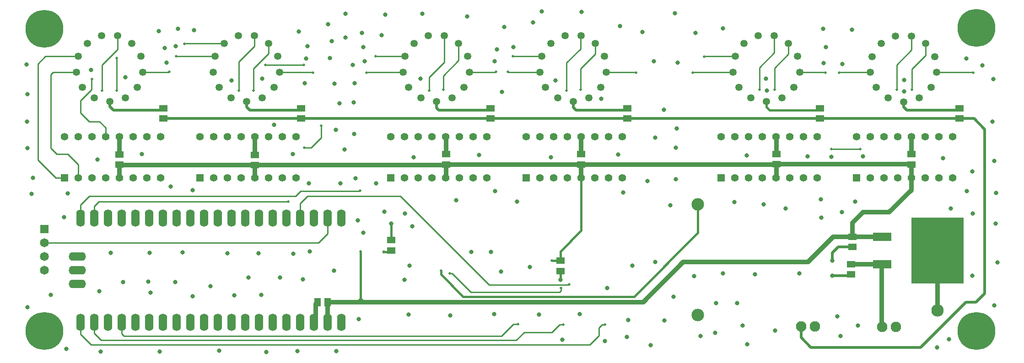
<source format=gbr>
%TF.GenerationSoftware,KiCad,Pcbnew,7.0.5-0*%
%TF.CreationDate,2023-07-07T16:59:40-04:00*%
%TF.ProjectId,nixie,6e697869-652e-46b6-9963-61645f706362,rev?*%
%TF.SameCoordinates,Original*%
%TF.FileFunction,Copper,L4,Bot*%
%TF.FilePolarity,Positive*%
%FSLAX46Y46*%
G04 Gerber Fmt 4.6, Leading zero omitted, Abs format (unit mm)*
G04 Created by KiCad (PCBNEW 7.0.5-0) date 2023-07-07 16:59:40*
%MOMM*%
%LPD*%
G01*
G04 APERTURE LIST*
%TA.AperFunction,ComponentPad*%
%ADD10C,0.800000*%
%TD*%
%TA.AperFunction,ComponentPad*%
%ADD11C,7.000000*%
%TD*%
%TA.AperFunction,ComponentPad*%
%ADD12R,1.650000X1.650000*%
%TD*%
%TA.AperFunction,ComponentPad*%
%ADD13C,1.650000*%
%TD*%
%TA.AperFunction,ComponentPad*%
%ADD14R,1.400000X1.400000*%
%TD*%
%TA.AperFunction,ComponentPad*%
%ADD15C,1.400000*%
%TD*%
%TA.AperFunction,ComponentPad*%
%ADD16O,1.600000X3.200000*%
%TD*%
%TA.AperFunction,ComponentPad*%
%ADD17O,3.200000X1.600000*%
%TD*%
%TA.AperFunction,ComponentPad*%
%ADD18O,2.316000X2.316000*%
%TD*%
%TA.AperFunction,ComponentPad*%
%ADD19C,2.316000*%
%TD*%
%TA.AperFunction,SMDPad,CuDef*%
%ADD20R,1.300000X1.500000*%
%TD*%
%TA.AperFunction,SMDPad,CuDef*%
%ADD21R,1.500000X1.300000*%
%TD*%
%TA.AperFunction,ComponentPad*%
%ADD22C,1.348000*%
%TD*%
%TA.AperFunction,ComponentPad*%
%ADD23C,1.950000*%
%TD*%
%TA.AperFunction,SMDPad,CuDef*%
%ADD24R,3.500000X1.600000*%
%TD*%
%TA.AperFunction,SMDPad,CuDef*%
%ADD25R,9.750000X12.200000*%
%TD*%
%TA.AperFunction,ViaPad*%
%ADD26C,0.800000*%
%TD*%
%TA.AperFunction,ViaPad*%
%ADD27C,2.300000*%
%TD*%
%TA.AperFunction,ViaPad*%
%ADD28C,0.500000*%
%TD*%
%TA.AperFunction,ViaPad*%
%ADD29C,0.600000*%
%TD*%
%TA.AperFunction,Conductor*%
%ADD30C,0.508000*%
%TD*%
%TA.AperFunction,Conductor*%
%ADD31C,0.812800*%
%TD*%
%TA.AperFunction,Conductor*%
%ADD32C,0.381000*%
%TD*%
%TA.AperFunction,Conductor*%
%ADD33C,0.254000*%
%TD*%
G04 APERTURE END LIST*
D10*
%TO.P,H2,1*%
%TO.N,N/C*%
X67375000Y-138400000D03*
X68143845Y-136543845D03*
X68143845Y-140256155D03*
X70000000Y-135775000D03*
D11*
X70000000Y-138400000D03*
D10*
X70000000Y-141025000D03*
X71856155Y-136543845D03*
X71856155Y-140256155D03*
X72625000Y-138400000D03*
%TD*%
%TO.P,H3,1*%
%TO.N,N/C*%
X239875000Y-82200000D03*
X240643845Y-80343845D03*
X240643845Y-84056155D03*
X242500000Y-79575000D03*
D11*
X242500000Y-82200000D03*
D10*
X242500000Y-84825000D03*
X244356155Y-80343845D03*
X244356155Y-84056155D03*
X245125000Y-82200000D03*
%TD*%
D12*
%TO.P,J1,1,1*%
%TO.N,/RX*%
X70000000Y-119460000D03*
D13*
%TO.P,J1,2,2*%
%TO.N,/TX*%
X70000000Y-122000000D03*
%TO.P,J1,3,3*%
%TO.N,+3V3*%
X70000000Y-124540000D03*
%TO.P,J1,4,4*%
%TO.N,GND*%
X70000000Y-127080000D03*
%TD*%
D14*
%TO.P,IC3,1,8*%
%TO.N,/N38*%
X134126600Y-110037000D03*
D15*
%TO.P,IC3,2,9*%
%TO.N,/N39*%
X136666600Y-110037000D03*
%TO.P,IC3,3,A*%
%TO.N,/A3*%
X139206600Y-110037000D03*
%TO.P,IC3,4,D*%
%TO.N,/D3*%
X141746600Y-110037000D03*
%TO.P,IC3,5,VCC*%
%TO.N,+5V*%
X144286600Y-110037000D03*
%TO.P,IC3,6,B*%
%TO.N,/B3*%
X146826600Y-110037000D03*
%TO.P,IC3,7,C*%
%TO.N,/C3*%
X149366600Y-110037000D03*
%TO.P,IC3,8,2*%
%TO.N,/N32*%
X151906600Y-110037000D03*
%TO.P,IC3,9,3*%
%TO.N,/N33*%
X151906600Y-102417000D03*
%TO.P,IC3,10,7*%
%TO.N,/N37*%
X149366600Y-102417000D03*
%TO.P,IC3,11,6*%
%TO.N,/N36*%
X146826600Y-102417000D03*
%TO.P,IC3,12,GND*%
%TO.N,GND*%
X144286600Y-102417000D03*
%TO.P,IC3,13,4*%
%TO.N,/N34*%
X141746600Y-102417000D03*
%TO.P,IC3,14,5*%
%TO.N,/N35*%
X139206600Y-102417000D03*
%TO.P,IC3,15,1*%
%TO.N,/N31*%
X136666600Y-102417000D03*
%TO.P,IC3,16,0*%
%TO.N,/N30*%
X134126600Y-102417000D03*
%TD*%
D10*
%TO.P,H1,1*%
%TO.N,N/C*%
X67375000Y-82375000D03*
X68143845Y-80518845D03*
X68143845Y-84231155D03*
X70000000Y-79750000D03*
D11*
X70000000Y-82375000D03*
D10*
X70000000Y-85000000D03*
X71856155Y-80518845D03*
X71856155Y-84231155D03*
X72625000Y-82375000D03*
%TD*%
%TO.P,H4,1*%
%TO.N,N/C*%
X239875000Y-138400000D03*
X240643845Y-136543845D03*
X240643845Y-140256155D03*
X242500000Y-135775000D03*
D11*
X242500000Y-138400000D03*
D10*
X242500000Y-141025000D03*
X244356155Y-136543845D03*
X244356155Y-140256155D03*
X245125000Y-138400000D03*
%TD*%
D16*
%TO.P,Pi1,3V3,3V3*%
%TO.N,+3V3*%
X114780000Y-136800000D03*
%TO.P,Pi1,3V3_EN,3V3_EN*%
%TO.N,unconnected-(U$1-Pad3V3_EN)*%
X117320000Y-136800000D03*
%TO.P,Pi1,ADC_VREF,ADC_VREF*%
%TO.N,unconnected-(U$1-PadADC_VREF)*%
X112240000Y-136800000D03*
%TO.P,Pi1,AGND,AGND*%
%TO.N,GND*%
X107160000Y-136800000D03*
%TO.P,Pi1,GND@1,GND*%
X119860000Y-117420000D03*
%TO.P,Pi1,GND@2,GND*%
X107160000Y-117420000D03*
%TO.P,Pi1,GND@3,GND*%
X94460000Y-117420000D03*
%TO.P,Pi1,GND@4,GND*%
X81760000Y-117420000D03*
D17*
%TO.P,Pi1,GND@5,GND*%
X76110000Y-127110000D03*
D16*
%TO.P,Pi1,GND@6,GND*%
X81760000Y-136800000D03*
%TO.P,Pi1,GND@7,GND*%
X94460000Y-136800000D03*
%TO.P,Pi1,GND@8,GND*%
X119860000Y-136800000D03*
%TO.P,Pi1,GP0,GP0*%
%TO.N,/RX*%
X124940000Y-117420000D03*
%TO.P,Pi1,GP1,GP1*%
%TO.N,/TX*%
X122400000Y-117420000D03*
%TO.P,Pi1,GP2,GP2*%
%TO.N,/RST*%
X117320000Y-117420000D03*
%TO.P,Pi1,GP3,GP3*%
%TO.N,unconnected-(U$1-PadGP3)*%
X114780000Y-117420000D03*
%TO.P,Pi1,GP4,GP4*%
%TO.N,/C2*%
X112240000Y-117420000D03*
%TO.P,Pi1,GP5,GP5*%
%TO.N,/B2*%
X109700000Y-117420000D03*
%TO.P,Pi1,GP6,GP6*%
%TO.N,/D2*%
X104620000Y-117420000D03*
%TO.P,Pi1,GP7,GP7*%
%TO.N,/A2*%
X102080000Y-117420000D03*
%TO.P,Pi1,GP8,GP8*%
%TO.N,unconnected-(U$1-PadGP8)*%
X99540000Y-117420000D03*
%TO.P,Pi1,GP9,GP9*%
%TO.N,unconnected-(U$1-PadGP9)*%
X97000000Y-117420000D03*
%TO.P,Pi1,GP10,GP10*%
%TO.N,/C1*%
X91920000Y-117420000D03*
%TO.P,Pi1,GP11,GP11*%
%TO.N,/B1*%
X89380000Y-117420000D03*
%TO.P,Pi1,GP12,GP12*%
%TO.N,/D1*%
X86840000Y-117420000D03*
%TO.P,Pi1,GP13,GP13*%
%TO.N,/A1*%
X84300000Y-117420000D03*
%TO.P,Pi1,GP14,GP14*%
%TO.N,/SDA1*%
X79220000Y-117420000D03*
%TO.P,Pi1,GP15,GP15*%
%TO.N,/SCL1*%
X76680000Y-117420000D03*
%TO.P,Pi1,GP16,GP16*%
%TO.N,/S6*%
X76680000Y-136800000D03*
%TO.P,Pi1,GP17,GP17*%
%TO.N,/S5*%
X79220000Y-136800000D03*
%TO.P,Pi1,GP18,GP18*%
%TO.N,/S4*%
X84300000Y-136800000D03*
%TO.P,Pi1,GP19,GP19*%
%TO.N,/S3*%
X86840000Y-136800000D03*
%TO.P,Pi1,GP20,GP20*%
%TO.N,/S2*%
X89380000Y-136800000D03*
%TO.P,Pi1,GP21,GP21*%
%TO.N,/S1*%
X91920000Y-136800000D03*
%TO.P,Pi1,GP22,GP22*%
%TO.N,unconnected-(U$1-PadGP22)*%
X97000000Y-136800000D03*
%TO.P,Pi1,GP26_A0,GP26_A0*%
%TO.N,unconnected-(U$1-PadGP26_A0)*%
X102080000Y-136800000D03*
%TO.P,Pi1,GP27_A1,GP27_A1*%
%TO.N,unconnected-(U$1-PadGP27_A1)*%
X104620000Y-136800000D03*
%TO.P,Pi1,GP28_A2,GP28_A2*%
%TO.N,unconnected-(U$1-PadGP28_A2)*%
X109700000Y-136800000D03*
%TO.P,Pi1,RUN,RUN*%
%TO.N,unconnected-(U$1-PadRUN)*%
X99540000Y-136800000D03*
D17*
%TO.P,Pi1,SWCLK,SWCLK*%
%TO.N,unconnected-(U$1-PadSWCLK)*%
X76110000Y-124570000D03*
%TO.P,Pi1,SWDIO,SWDIO*%
%TO.N,unconnected-(U$1-PadSWDIO)*%
X76110000Y-129650000D03*
D16*
%TO.P,Pi1,VBUS,VBUS*%
%TO.N,unconnected-(U$1-PadVBUS)*%
X124940000Y-136800000D03*
%TO.P,Pi1,VSYS,VSYS*%
%TO.N,+5V*%
X122400000Y-136800000D03*
%TD*%
D18*
%TO.P,BAT1,+,+*%
%TO.N,Net-(IC6-VBAT)*%
X190900000Y-114930000D03*
D19*
%TO.P,BAT1,-,-*%
%TO.N,GND*%
X190900000Y-135430000D03*
%TD*%
D14*
%TO.P,IC8,1,8*%
%TO.N,/N68*%
X220266000Y-110037000D03*
D15*
%TO.P,IC8,2,9*%
%TO.N,/N69*%
X222806000Y-110037000D03*
%TO.P,IC8,3,A*%
%TO.N,/A6*%
X225346000Y-110037000D03*
%TO.P,IC8,4,D*%
%TO.N,/D6*%
X227886000Y-110037000D03*
%TO.P,IC8,5,VCC*%
%TO.N,+5V*%
X230426000Y-110037000D03*
%TO.P,IC8,6,B*%
%TO.N,/B6*%
X232966000Y-110037000D03*
%TO.P,IC8,7,C*%
%TO.N,/C6*%
X235506000Y-110037000D03*
%TO.P,IC8,8,2*%
%TO.N,/N62*%
X238046000Y-110037000D03*
%TO.P,IC8,9,3*%
%TO.N,/N63*%
X238046000Y-102417000D03*
%TO.P,IC8,10,7*%
%TO.N,/N67*%
X235506000Y-102417000D03*
%TO.P,IC8,11,6*%
%TO.N,/N66*%
X232966000Y-102417000D03*
%TO.P,IC8,12,GND*%
%TO.N,GND*%
X230426000Y-102417000D03*
%TO.P,IC8,13,4*%
%TO.N,/N64*%
X227886000Y-102417000D03*
%TO.P,IC8,14,5*%
%TO.N,/N65*%
X225346000Y-102417000D03*
%TO.P,IC8,15,1*%
%TO.N,/N61*%
X222806000Y-102417000D03*
%TO.P,IC8,16,0*%
%TO.N,/N60*%
X220266000Y-102417000D03*
%TD*%
D14*
%TO.P,IC7,1,8*%
%TO.N,/N58*%
X195226000Y-110037000D03*
D15*
%TO.P,IC7,2,9*%
%TO.N,/N59*%
X197766000Y-110037000D03*
%TO.P,IC7,3,A*%
%TO.N,/A5*%
X200306000Y-110037000D03*
%TO.P,IC7,4,D*%
%TO.N,/D5*%
X202846000Y-110037000D03*
%TO.P,IC7,5,VCC*%
%TO.N,+5V*%
X205386000Y-110037000D03*
%TO.P,IC7,6,B*%
%TO.N,/B5*%
X207926000Y-110037000D03*
%TO.P,IC7,7,C*%
%TO.N,/C5*%
X210466000Y-110037000D03*
%TO.P,IC7,8,2*%
%TO.N,/N52*%
X213006000Y-110037000D03*
%TO.P,IC7,9,3*%
%TO.N,/N53*%
X213006000Y-102417000D03*
%TO.P,IC7,10,7*%
%TO.N,/N57*%
X210466000Y-102417000D03*
%TO.P,IC7,11,6*%
%TO.N,/N56*%
X207926000Y-102417000D03*
%TO.P,IC7,12,GND*%
%TO.N,GND*%
X205386000Y-102417000D03*
%TO.P,IC7,13,4*%
%TO.N,/N54*%
X202846000Y-102417000D03*
%TO.P,IC7,14,5*%
%TO.N,/N55*%
X200306000Y-102417000D03*
%TO.P,IC7,15,1*%
%TO.N,/N51*%
X197766000Y-102417000D03*
%TO.P,IC7,16,0*%
%TO.N,/N50*%
X195226000Y-102417000D03*
%TD*%
D14*
%TO.P,IC4,1,8*%
%TO.N,/N48*%
X159188600Y-110017000D03*
D15*
%TO.P,IC4,2,9*%
%TO.N,/N49*%
X161728600Y-110017000D03*
%TO.P,IC4,3,A*%
%TO.N,/A4*%
X164268600Y-110017000D03*
%TO.P,IC4,4,D*%
%TO.N,/D4*%
X166808600Y-110017000D03*
%TO.P,IC4,5,VCC*%
%TO.N,+5V*%
X169348600Y-110017000D03*
%TO.P,IC4,6,B*%
%TO.N,/B4*%
X171888600Y-110017000D03*
%TO.P,IC4,7,C*%
%TO.N,/C4*%
X174428600Y-110017000D03*
%TO.P,IC4,8,2*%
%TO.N,/N42*%
X176968600Y-110017000D03*
%TO.P,IC4,9,3*%
%TO.N,/N43*%
X176968600Y-102397000D03*
%TO.P,IC4,10,7*%
%TO.N,/N47*%
X174428600Y-102397000D03*
%TO.P,IC4,11,6*%
%TO.N,/N46*%
X171888600Y-102397000D03*
%TO.P,IC4,12,GND*%
%TO.N,GND*%
X169348600Y-102397000D03*
%TO.P,IC4,13,4*%
%TO.N,/N44*%
X166808600Y-102397000D03*
%TO.P,IC4,14,5*%
%TO.N,/N45*%
X164268600Y-102397000D03*
%TO.P,IC4,15,1*%
%TO.N,/N41*%
X161728600Y-102397000D03*
%TO.P,IC4,16,0*%
%TO.N,/N40*%
X159188600Y-102397000D03*
%TD*%
D14*
%TO.P,IC2,1,8*%
%TO.N,/N28*%
X98764600Y-110037000D03*
D15*
%TO.P,IC2,2,9*%
%TO.N,/N29*%
X101304600Y-110037000D03*
%TO.P,IC2,3,A*%
%TO.N,/A2*%
X103844600Y-110037000D03*
%TO.P,IC2,4,D*%
%TO.N,/D2*%
X106384600Y-110037000D03*
%TO.P,IC2,5,VCC*%
%TO.N,+5V*%
X108924600Y-110037000D03*
%TO.P,IC2,6,B*%
%TO.N,/B2*%
X111464600Y-110037000D03*
%TO.P,IC2,7,C*%
%TO.N,/C2*%
X114004600Y-110037000D03*
%TO.P,IC2,8,2*%
%TO.N,/N22*%
X116544600Y-110037000D03*
%TO.P,IC2,9,3*%
%TO.N,/N23*%
X116544600Y-102417000D03*
%TO.P,IC2,10,7*%
%TO.N,/N27*%
X114004600Y-102417000D03*
%TO.P,IC2,11,6*%
%TO.N,/N26*%
X111464600Y-102417000D03*
%TO.P,IC2,12,GND*%
%TO.N,GND*%
X108924600Y-102417000D03*
%TO.P,IC2,13,4*%
%TO.N,/N24*%
X106384600Y-102417000D03*
%TO.P,IC2,14,5*%
%TO.N,/N25*%
X103844600Y-102417000D03*
%TO.P,IC2,15,1*%
%TO.N,/N21*%
X101304600Y-102417000D03*
%TO.P,IC2,16,0*%
%TO.N,/N20*%
X98764600Y-102417000D03*
%TD*%
D14*
%TO.P,IC1,1,8*%
%TO.N,/N18*%
X73682600Y-110037000D03*
D15*
%TO.P,IC1,2,9*%
%TO.N,/N19*%
X76222600Y-110037000D03*
%TO.P,IC1,3,A*%
%TO.N,/A1*%
X78762600Y-110037000D03*
%TO.P,IC1,4,D*%
%TO.N,/D1*%
X81302600Y-110037000D03*
%TO.P,IC1,5,VCC*%
%TO.N,+5V*%
X83842600Y-110037000D03*
%TO.P,IC1,6,B*%
%TO.N,/B1*%
X86382600Y-110037000D03*
%TO.P,IC1,7,C*%
%TO.N,/C1*%
X88922600Y-110037000D03*
%TO.P,IC1,8,2*%
%TO.N,/N12*%
X91462600Y-110037000D03*
%TO.P,IC1,9,3*%
%TO.N,/N13*%
X91462600Y-102417000D03*
%TO.P,IC1,10,7*%
%TO.N,/N17*%
X88922600Y-102417000D03*
%TO.P,IC1,11,6*%
%TO.N,/N16*%
X86382600Y-102417000D03*
%TO.P,IC1,12,GND*%
%TO.N,GND*%
X83842600Y-102417000D03*
%TO.P,IC1,13,4*%
%TO.N,/N14*%
X81302600Y-102417000D03*
%TO.P,IC1,14,5*%
%TO.N,/N15*%
X78762600Y-102417000D03*
%TO.P,IC1,15,1*%
%TO.N,/N11*%
X76222600Y-102417000D03*
%TO.P,IC1,16,0*%
%TO.N,/N10*%
X73682600Y-102417000D03*
%TD*%
D20*
%TO.P,C6,1,1*%
%TO.N,+5V*%
X122450000Y-133000000D03*
%TO.P,C6,2,2*%
%TO.N,GND*%
X120550000Y-133000000D03*
%TD*%
D21*
%TO.P,C7,1,1*%
%TO.N,+5V*%
X165500000Y-125350000D03*
%TO.P,C7,2,2*%
%TO.N,GND*%
X165500000Y-127250000D03*
%TD*%
D22*
%TO.P,N6,0,0*%
%TO.N,/N60*%
X223895200Y-93252400D03*
%TO.P,N6,1,1*%
%TO.N,/N61*%
X234083600Y-93252400D03*
%TO.P,N6,2,2*%
%TO.N,/N62*%
X235134200Y-90482200D03*
%TO.P,N6,3,3*%
%TO.N,/N63*%
X234777100Y-87541100D03*
%TO.P,N6,4,4*%
%TO.N,/N64*%
X233094100Y-85102900D03*
%TO.P,N6,5,5*%
%TO.N,/N65*%
X230470700Y-83726000D03*
%TO.P,N6,6,6*%
%TO.N,/N66*%
X227508100Y-83726000D03*
%TO.P,N6,7,7*%
%TO.N,/N67*%
X224884700Y-85102900D03*
%TO.P,N6,8,8*%
%TO.N,/N68*%
X223201700Y-87541100D03*
%TO.P,N6,9,9*%
%TO.N,/N69*%
X222844600Y-90482200D03*
%TO.P,N6,A,A*%
%TO.N,/170V6*%
X228989400Y-95926000D03*
%TO.P,N6,LHDP,LHDP*%
%TO.N,unconnected-(N6-PadLHDP)*%
X226112800Y-95217000D03*
%TO.P,N6,RHDP,RHDP*%
%TO.N,unconnected-(N6-PadRHDP)*%
X231866000Y-95217000D03*
%TD*%
D21*
%TO.P,C1,1,1*%
%TO.N,+5V*%
X83842600Y-107567000D03*
%TO.P,C1,2,2*%
%TO.N,GND*%
X83842600Y-105667000D03*
%TD*%
%TO.P,C4,1,1*%
%TO.N,+5V*%
X169300000Y-107517000D03*
%TO.P,C4,2,2*%
%TO.N,GND*%
X169300000Y-105617000D03*
%TD*%
%TO.P,C9,1,1*%
%TO.N,+5V*%
X230434000Y-107517000D03*
%TO.P,C9,2,2*%
%TO.N,GND*%
X230434000Y-105617000D03*
%TD*%
D23*
%TO.P,J4,1,1*%
%TO.N,+12V*%
X225000000Y-137600000D03*
%TO.P,J4,2,2*%
%TO.N,GND*%
X227540000Y-137600000D03*
%TD*%
D24*
%TO.P,IC9,1,INPUT*%
%TO.N,+12V*%
X225000000Y-126000000D03*
D25*
%TO.P,IC9,2,GND*%
%TO.N,GND*%
X235276000Y-123460000D03*
D24*
%TO.P,IC9,3,OUTPUT*%
%TO.N,+5V*%
X225000000Y-120920000D03*
%TD*%
D21*
%TO.P,C2,1,1*%
%TO.N,+5V*%
X108934000Y-107667000D03*
%TO.P,C2,2,2*%
%TO.N,GND*%
X108934000Y-105767000D03*
%TD*%
D22*
%TO.P,N4,0,0*%
%TO.N,/N40*%
X162750400Y-93233300D03*
%TO.P,N4,1,1*%
%TO.N,/N41*%
X172938800Y-93233300D03*
%TO.P,N4,2,2*%
%TO.N,/N42*%
X173989400Y-90463100D03*
%TO.P,N4,3,3*%
%TO.N,/N43*%
X173632300Y-87522000D03*
%TO.P,N4,4,4*%
%TO.N,/N44*%
X171949300Y-85083800D03*
%TO.P,N4,5,5*%
%TO.N,/N45*%
X169325900Y-83706900D03*
%TO.P,N4,6,6*%
%TO.N,/N46*%
X166363300Y-83706900D03*
%TO.P,N4,7,7*%
%TO.N,/N47*%
X163739900Y-85083800D03*
%TO.P,N4,8,8*%
%TO.N,/N48*%
X162056900Y-87522000D03*
%TO.P,N4,9,9*%
%TO.N,/N49*%
X161699800Y-90463100D03*
%TO.P,N4,A,A*%
%TO.N,/170V4*%
X167844600Y-95906900D03*
%TO.P,N4,LHDP,LHDP*%
%TO.N,unconnected-(N4-PadLHDP)*%
X164968000Y-95197900D03*
%TO.P,N4,RHDP,RHDP*%
%TO.N,unconnected-(N4-PadRHDP)*%
X170721200Y-95197900D03*
%TD*%
D21*
%TO.P,R3,1,1*%
%TO.N,/170V3*%
X152534000Y-97100000D03*
%TO.P,R3,2,2*%
%TO.N,VCC*%
X152534000Y-99000000D03*
%TD*%
%TO.P,C3,1,1*%
%TO.N,+5V*%
X144300000Y-107517000D03*
%TO.P,C3,2,2*%
%TO.N,GND*%
X144300000Y-105617000D03*
%TD*%
%TO.P,C5,1,1*%
%TO.N,+5V*%
X134200000Y-123450000D03*
%TO.P,C5,2,2*%
%TO.N,GND*%
X134200000Y-121550000D03*
%TD*%
%TO.P,R8,1,1*%
%TO.N,/170V6*%
X239334000Y-97100000D03*
%TO.P,R8,2,2*%
%TO.N,VCC*%
X239334000Y-99000000D03*
%TD*%
%TO.P,R2,1,1*%
%TO.N,/170V2*%
X117534000Y-97100000D03*
%TO.P,R2,2,2*%
%TO.N,VCC*%
X117534000Y-99000000D03*
%TD*%
%TO.P,C10,1,1*%
%TO.N,+12V*%
X219238000Y-126010000D03*
%TO.P,C10,2,2*%
%TO.N,GND*%
X219238000Y-127910000D03*
%TD*%
%TO.P,R4,1,1*%
%TO.N,/170V4*%
X177834000Y-97100000D03*
%TO.P,R4,2,2*%
%TO.N,VCC*%
X177834000Y-99000000D03*
%TD*%
%TO.P,R7,1,1*%
%TO.N,/170V5*%
X213534000Y-97100000D03*
%TO.P,R7,2,2*%
%TO.N,VCC*%
X213534000Y-99000000D03*
%TD*%
%TO.P,R1,1,1*%
%TO.N,/170V1*%
X92000000Y-97100000D03*
%TO.P,R1,2,2*%
%TO.N,VCC*%
X92000000Y-99000000D03*
%TD*%
D23*
%TO.P,J3,1,1*%
%TO.N,VCC*%
X210000000Y-137500000D03*
%TO.P,J3,2,2*%
%TO.N,GND*%
X212540000Y-137500000D03*
%TD*%
D22*
%TO.P,N5,0,0*%
%TO.N,/N50*%
X198506000Y-93233300D03*
%TO.P,N5,1,1*%
%TO.N,/N51*%
X208694400Y-93233300D03*
%TO.P,N5,2,2*%
%TO.N,/N52*%
X209745000Y-90463100D03*
%TO.P,N5,3,3*%
%TO.N,/N53*%
X209387900Y-87522000D03*
%TO.P,N5,4,4*%
%TO.N,/N54*%
X207704900Y-85083800D03*
%TO.P,N5,5,5*%
%TO.N,/N55*%
X205081500Y-83706900D03*
%TO.P,N5,6,6*%
%TO.N,/N56*%
X202118900Y-83706900D03*
%TO.P,N5,7,7*%
%TO.N,/N57*%
X199495500Y-85083800D03*
%TO.P,N5,8,8*%
%TO.N,/N58*%
X197812500Y-87522000D03*
%TO.P,N5,9,9*%
%TO.N,/N59*%
X197455400Y-90463100D03*
%TO.P,N5,A,A*%
%TO.N,/170V5*%
X203600200Y-95906900D03*
%TO.P,N5,LHDP,LHDP*%
%TO.N,unconnected-(N5-PadLHDP)*%
X200723600Y-95197900D03*
%TO.P,N5,RHDP,RHDP*%
%TO.N,unconnected-(N5-PadRHDP)*%
X206476800Y-95197900D03*
%TD*%
D21*
%TO.P,C11,1,1*%
%TO.N,+5V*%
X219538000Y-120910000D03*
%TO.P,C11,2,2*%
%TO.N,GND*%
X219538000Y-122810000D03*
%TD*%
%TO.P,C8,1,1*%
%TO.N,+5V*%
X205434000Y-107467000D03*
%TO.P,C8,2,2*%
%TO.N,GND*%
X205434000Y-105567000D03*
%TD*%
D22*
%TO.P,N3,0,0*%
%TO.N,/N30*%
X137428600Y-93233300D03*
%TO.P,N3,1,1*%
%TO.N,/N31*%
X147617000Y-93233300D03*
%TO.P,N3,2,2*%
%TO.N,/N32*%
X148667600Y-90463100D03*
%TO.P,N3,3,3*%
%TO.N,/N33*%
X148310500Y-87522000D03*
%TO.P,N3,4,4*%
%TO.N,/N34*%
X146627500Y-85083800D03*
%TO.P,N3,5,5*%
%TO.N,/N35*%
X144004100Y-83706900D03*
%TO.P,N3,6,6*%
%TO.N,/N36*%
X141041500Y-83706900D03*
%TO.P,N3,7,7*%
%TO.N,/N37*%
X138418100Y-85083800D03*
%TO.P,N3,8,8*%
%TO.N,/N38*%
X136735100Y-87522000D03*
%TO.P,N3,9,9*%
%TO.N,/N39*%
X136378000Y-90463100D03*
%TO.P,N3,A,A*%
%TO.N,/170V3*%
X142522800Y-95906900D03*
%TO.P,N3,LHDP,LHDP*%
%TO.N,unconnected-(N3-PadLHDP)*%
X139646200Y-95197900D03*
%TO.P,N3,RHDP,RHDP*%
%TO.N,unconnected-(N3-PadRHDP)*%
X145399400Y-95197900D03*
%TD*%
%TO.P,N1,0,0*%
%TO.N,/N10*%
X76984600Y-93233300D03*
%TO.P,N1,1,1*%
%TO.N,/N11*%
X87173000Y-93233300D03*
%TO.P,N1,2,2*%
%TO.N,/N12*%
X88223600Y-90463100D03*
%TO.P,N1,3,3*%
%TO.N,/N13*%
X87866500Y-87522000D03*
%TO.P,N1,4,4*%
%TO.N,/N14*%
X86183500Y-85083800D03*
%TO.P,N1,5,5*%
%TO.N,/N15*%
X83560100Y-83706900D03*
%TO.P,N1,6,6*%
%TO.N,/N16*%
X80597500Y-83706900D03*
%TO.P,N1,7,7*%
%TO.N,/N17*%
X77974100Y-85083800D03*
%TO.P,N1,8,8*%
%TO.N,/N18*%
X76291100Y-87522000D03*
%TO.P,N1,9,9*%
%TO.N,/N19*%
X75934000Y-90463100D03*
%TO.P,N1,A,A*%
%TO.N,/170V1*%
X82078800Y-95906900D03*
%TO.P,N1,LHDP,LHDP*%
%TO.N,unconnected-(N1-PadLHDP)*%
X79202200Y-95197900D03*
%TO.P,N1,RHDP,RHDP*%
%TO.N,unconnected-(N1-PadRHDP)*%
X84955400Y-95197900D03*
%TD*%
%TO.P,N2,0,0*%
%TO.N,/N20*%
X102306400Y-93233300D03*
%TO.P,N2,1,1*%
%TO.N,/N21*%
X112494800Y-93233300D03*
%TO.P,N2,2,2*%
%TO.N,/N22*%
X113545400Y-90463100D03*
%TO.P,N2,3,3*%
%TO.N,/N23*%
X113188300Y-87522000D03*
%TO.P,N2,4,4*%
%TO.N,/N24*%
X111505300Y-85083800D03*
%TO.P,N2,5,5*%
%TO.N,/N25*%
X108881900Y-83706900D03*
%TO.P,N2,6,6*%
%TO.N,/N26*%
X105919300Y-83706900D03*
%TO.P,N2,7,7*%
%TO.N,/N27*%
X103295900Y-85083800D03*
%TO.P,N2,8,8*%
%TO.N,/N28*%
X101612900Y-87522000D03*
%TO.P,N2,9,9*%
%TO.N,/N29*%
X101255800Y-90463100D03*
%TO.P,N2,A,A*%
%TO.N,/170V2*%
X107400600Y-95906900D03*
%TO.P,N2,LHDP,LHDP*%
%TO.N,unconnected-(N2-PadLHDP)*%
X104524000Y-95197900D03*
%TO.P,N2,RHDP,RHDP*%
%TO.N,unconnected-(N2-PadRHDP)*%
X110277200Y-95197900D03*
%TD*%
D26*
%TO.N,GND*%
X236303099Y-106381234D03*
X200000000Y-105900000D03*
X211200000Y-106000000D03*
X176200000Y-105700000D03*
X163700000Y-106200000D03*
X116000000Y-105600000D03*
X79800000Y-106600000D03*
X88000000Y-105600000D03*
X97400000Y-131900000D03*
X66900000Y-134000000D03*
X237400000Y-139900000D03*
X203065248Y-114954434D03*
X207200000Y-115700000D03*
X194300000Y-133200000D03*
X194100000Y-138700000D03*
X241700000Y-108800000D03*
X240700000Y-112500000D03*
X229100000Y-91900000D03*
X229100000Y-94000000D03*
X203500000Y-91600000D03*
X203700000Y-93800000D03*
X164600000Y-92000000D03*
X173000000Y-95400000D03*
X139600000Y-91600000D03*
X104586407Y-91953744D03*
X110300000Y-91600000D03*
X94300000Y-85600000D03*
X129300000Y-88400000D03*
X217700000Y-88900000D03*
X214200000Y-88800000D03*
X182800000Y-88400000D03*
X187200000Y-88700000D03*
X184600000Y-97400000D03*
X154700000Y-94100000D03*
X156800000Y-85800000D03*
X153300000Y-88400000D03*
X138300000Y-106200000D03*
X162006631Y-79153211D03*
X169400000Y-79300000D03*
X186700000Y-79500000D03*
X243600000Y-89200000D03*
X215600000Y-106100000D03*
X221500000Y-106000000D03*
X165800000Y-140000000D03*
X173700000Y-140200000D03*
X78600000Y-90000000D03*
X84944654Y-91362073D03*
X92600000Y-88700000D03*
X112500000Y-100200000D03*
X118200000Y-92500000D03*
X118400000Y-87900000D03*
X150400000Y-105800000D03*
X146200000Y-114200000D03*
X123600000Y-127200000D03*
X136600000Y-128900000D03*
X157500000Y-114400000D03*
X153400000Y-112500000D03*
X214600000Y-85800000D03*
X217600000Y-116400000D03*
X213800000Y-117400000D03*
X213700000Y-114000000D03*
X220000000Y-114400000D03*
X185800000Y-115100000D03*
X197700000Y-114500000D03*
X177100000Y-112700000D03*
X181600000Y-110600000D03*
X186800000Y-110300000D03*
X187000000Y-100900000D03*
X186800000Y-104400000D03*
X183000000Y-102600000D03*
X153700000Y-86200000D03*
X139900000Y-79600000D03*
X148200000Y-80100000D03*
X155100000Y-82100000D03*
X160400000Y-81200000D03*
X176500000Y-81900000D03*
X180700000Y-83000000D03*
X190500000Y-83200000D03*
X195600000Y-82300000D03*
X214099539Y-82395528D03*
X219442935Y-82566062D03*
X240600000Y-87900000D03*
X245600000Y-91700000D03*
X245400000Y-99600000D03*
X245800000Y-106900000D03*
X246100000Y-112800000D03*
X246000000Y-118500000D03*
X246400000Y-125700000D03*
X245800000Y-133600000D03*
X235200000Y-141400000D03*
X217300000Y-139300000D03*
X191400000Y-139300000D03*
X199200000Y-137400000D03*
X198200000Y-133200000D03*
X200039688Y-140835748D03*
X205200000Y-138300000D03*
X220500000Y-137400000D03*
X216700000Y-135700000D03*
X190200000Y-128200000D03*
X195600000Y-127700000D03*
X201500000Y-127900000D03*
X209700000Y-127700000D03*
X178800000Y-126300000D03*
X183000000Y-125600000D03*
X186400000Y-132000000D03*
X184700000Y-136400000D03*
X182200000Y-141000000D03*
X177800000Y-139500000D03*
X178045903Y-136356483D03*
X169100000Y-135200000D03*
X161500000Y-135300000D03*
X153200000Y-135200000D03*
X149000000Y-123700000D03*
X152600000Y-123700000D03*
X154500000Y-127400000D03*
X145100000Y-135500000D03*
X137400000Y-135300000D03*
X128200000Y-136200000D03*
X105100000Y-131800000D03*
X110100000Y-131700000D03*
X89600000Y-131300000D03*
X67900000Y-110000000D03*
X66900000Y-104500000D03*
X66800000Y-99600000D03*
X66900000Y-94500000D03*
X66700000Y-89000000D03*
X94749079Y-82373610D03*
X97700000Y-82700000D03*
X91158587Y-82804469D03*
X92300000Y-86000000D03*
X129000000Y-85800000D03*
X125724732Y-83994689D03*
X128750866Y-83187721D03*
X132400000Y-83600000D03*
X133100000Y-79800000D03*
X125700000Y-79600000D03*
X122500000Y-81600000D03*
X123200000Y-84700000D03*
X117100000Y-82900000D03*
X118700000Y-85600000D03*
X122800000Y-87800000D03*
X127100000Y-89100000D03*
X123700000Y-92600000D03*
X127400000Y-92500000D03*
X127200000Y-96000000D03*
X124600000Y-96200000D03*
X131400000Y-111000000D03*
X127600000Y-110100000D03*
X123900000Y-101100000D03*
X127300000Y-101900000D03*
X125500000Y-104800000D03*
X124800000Y-111000000D03*
X118900000Y-111000000D03*
X97400000Y-112300000D03*
X93400000Y-111600000D03*
X74300000Y-112900000D03*
X67600000Y-113000000D03*
X71198870Y-131671092D03*
X74100000Y-141700000D03*
X111100000Y-142300000D03*
X116800000Y-142100000D03*
X124000000Y-142100000D03*
X102300000Y-142000000D03*
X91300000Y-142200000D03*
X80400000Y-142200000D03*
X80200000Y-131000000D03*
X84600000Y-129300000D03*
X89200000Y-129200000D03*
X94200000Y-129300000D03*
X100700000Y-130100000D03*
X107800000Y-128500000D03*
X113600000Y-128500000D03*
X117800000Y-128800000D03*
X119100000Y-123600000D03*
X116100000Y-124100000D03*
X109600000Y-124000000D03*
X103900000Y-124000000D03*
X95600000Y-123800000D03*
X89500000Y-123900000D03*
X82300000Y-123900000D03*
X73600000Y-117300000D03*
X128000000Y-117900000D03*
X129000000Y-120200000D03*
X138078439Y-118984504D03*
X136700000Y-116600000D03*
X132900000Y-116300000D03*
X165500000Y-128900000D03*
X215800000Y-128100000D03*
X241800000Y-116600000D03*
X159800000Y-126500000D03*
X174100000Y-130400000D03*
X134200000Y-118500000D03*
X137600000Y-126300000D03*
D27*
X235300000Y-134600000D03*
D26*
X241700000Y-128100000D03*
X237700000Y-115700000D03*
X215800000Y-125300000D03*
D28*
%TO.N,Net-(IC6-VBAT)*%
X143400000Y-127200000D03*
%TO.N,+5V*%
X163900000Y-125350000D03*
X128500000Y-123600000D03*
D29*
X132800000Y-123700000D03*
D28*
%TO.N,/N15*%
X80700000Y-93800000D03*
%TO.N,/N14*%
X78800000Y-91700000D03*
%TO.N,/N16*%
X83400000Y-87800000D03*
X83400000Y-93800000D03*
%TO.N,/N12*%
X93100000Y-90400000D03*
%TO.N,/N25*%
X106000000Y-93800000D03*
%TO.N,/N24*%
X108700000Y-93800000D03*
%TO.N,/N27*%
X95900000Y-85200000D03*
%TO.N,/N22*%
X119700000Y-90500000D03*
%TO.N,/N29*%
X118100000Y-104400000D03*
X118000000Y-89100000D03*
X121200000Y-100400000D03*
X110900000Y-89100000D03*
%TO.N,/N28*%
X94400000Y-87522000D03*
%TO.N,/N35*%
X141200000Y-93800000D03*
%TO.N,/N34*%
X143800000Y-93700000D03*
%TO.N,/N32*%
X153600000Y-90400000D03*
%TO.N,/N39*%
X129600000Y-90500000D03*
%TO.N,/N38*%
X131300000Y-87500000D03*
%TO.N,/N45*%
X166600000Y-93800000D03*
%TO.N,/N44*%
X169200000Y-93700000D03*
%TO.N,/N42*%
X179500000Y-90500000D03*
%TO.N,/N49*%
X155800000Y-90400000D03*
%TO.N,/N48*%
X156700000Y-87500000D03*
%TO.N,/RST*%
X167100000Y-129700000D03*
%TO.N,/S4*%
X157600000Y-137100000D03*
%TO.N,/SCL1*%
X128400000Y-112400000D03*
%TO.N,/SDA1*%
X145000000Y-127700000D03*
X115100000Y-114400000D03*
X165600000Y-130400000D03*
%TO.N,/N52*%
X214500000Y-90500000D03*
%TO.N,/N54*%
X205100000Y-93700000D03*
%TO.N,/N55*%
X202300000Y-93700000D03*
%TO.N,/N58*%
X192100000Y-87600000D03*
%TO.N,/N59*%
X190000000Y-90500000D03*
%TO.N,/N62*%
X241900000Y-90500000D03*
%TO.N,/N64*%
X230500000Y-93700000D03*
%TO.N,/N65*%
X227700000Y-93700000D03*
%TO.N,/N67*%
X221000000Y-104700000D03*
X215600000Y-104700000D03*
%TO.N,/N69*%
X217100000Y-90500000D03*
%TO.N,/S5*%
X166000000Y-137200000D03*
%TO.N,/S6*%
X173700000Y-137200000D03*
%TD*%
D30*
%TO.N,VCC*%
X210000000Y-137500000D02*
X210000000Y-139600000D01*
X244000000Y-101000000D02*
X242000000Y-99000000D01*
X210000000Y-139600000D02*
X211800000Y-141400000D01*
X240500000Y-133000000D02*
X242400000Y-133000000D01*
X232100000Y-141400000D02*
X240500000Y-133000000D01*
X211800000Y-141400000D02*
X232100000Y-141400000D01*
X242400000Y-133000000D02*
X244000000Y-131400000D01*
X244000000Y-131400000D02*
X244000000Y-101000000D01*
X242000000Y-99000000D02*
X239334000Y-99000000D01*
X213534000Y-99000000D02*
X239334000Y-99000000D01*
X152534000Y-99000000D02*
X117534000Y-99000000D01*
X177834000Y-99000000D02*
X152534000Y-99000000D01*
X177834000Y-99000000D02*
X213534000Y-99000000D01*
X92000000Y-99000000D02*
X117534000Y-99000000D01*
D31*
%TO.N,GND*%
X83842600Y-105667000D02*
X83842600Y-102417000D01*
X120200000Y-135660000D02*
X119860000Y-136000000D01*
X205434000Y-105567000D02*
X205434000Y-102465000D01*
X230434000Y-102425000D02*
X230426000Y-102417000D01*
X108934000Y-105767000D02*
X108934000Y-102426400D01*
D30*
X219538000Y-122810000D02*
X216890000Y-122810000D01*
D31*
X144300000Y-105617000D02*
X144300000Y-102430400D01*
X169300000Y-105617000D02*
X169300000Y-102445600D01*
X235276000Y-134576000D02*
X235276000Y-123460000D01*
X235300000Y-134600000D02*
X235276000Y-134576000D01*
D32*
X134200000Y-118500000D02*
X134200000Y-121550000D01*
X219048000Y-128100000D02*
X219238000Y-127910000D01*
D31*
X120550000Y-133000000D02*
X120200000Y-133350000D01*
X205434000Y-102465000D02*
X205386000Y-102417000D01*
X120200000Y-133350000D02*
X120200000Y-135660000D01*
X108934000Y-102426400D02*
X108924600Y-102417000D01*
D30*
X216890000Y-122810000D02*
X215800000Y-123900000D01*
X215800000Y-128100000D02*
X219048000Y-128100000D01*
D31*
X144300000Y-102430400D02*
X144286600Y-102417000D01*
D32*
X165500000Y-127250000D02*
X165500000Y-128900000D01*
D31*
X169300000Y-102445600D02*
X169348600Y-102397000D01*
D30*
X215800000Y-123900000D02*
X215800000Y-125300000D01*
D31*
X230434000Y-105617000D02*
X230434000Y-102425000D01*
D32*
%TO.N,Net-(IC6-VBAT)*%
X143400000Y-127900000D02*
X143400000Y-127200000D01*
X179100000Y-132000000D02*
X147500000Y-132000000D01*
X147500000Y-132000000D02*
X143400000Y-127900000D01*
X190900000Y-120200000D02*
X179100000Y-132000000D01*
X190900000Y-114930000D02*
X190900000Y-120200000D01*
D31*
%TO.N,+5V*%
X128500000Y-133000000D02*
X127900000Y-133000000D01*
X226300000Y-116400000D02*
X221500000Y-116400000D01*
X144150000Y-107667000D02*
X144300000Y-107517000D01*
X230434000Y-110029000D02*
X230426000Y-110037000D01*
X108934000Y-107667000D02*
X83942600Y-107667000D01*
X169300000Y-107517000D02*
X169300000Y-109968400D01*
X108934000Y-107667000D02*
X108934000Y-110027600D01*
X205434000Y-109989000D02*
X205386000Y-110037000D01*
D32*
X165500000Y-123600000D02*
X165500000Y-125350000D01*
D31*
X169300000Y-107517000D02*
X205384000Y-107517000D01*
X230426000Y-112274000D02*
X226300000Y-116400000D01*
D32*
X169348600Y-110017000D02*
X169348600Y-119751400D01*
D31*
X230384000Y-107467000D02*
X230434000Y-107517000D01*
X225000000Y-120920000D02*
X219548000Y-120920000D01*
X122450000Y-133000000D02*
X122450000Y-135950000D01*
X188200000Y-125600000D02*
X180800000Y-133000000D01*
X219538000Y-118362000D02*
X219538000Y-120910000D01*
D32*
X128500000Y-132400000D02*
X128500000Y-133000000D01*
D31*
X180800000Y-133000000D02*
X129100000Y-133000000D01*
D32*
X128500000Y-132400000D02*
X127900000Y-133000000D01*
D31*
X215990000Y-120910000D02*
X211300000Y-125600000D01*
X108934000Y-110027600D02*
X108924600Y-110037000D01*
D32*
X169348600Y-119751400D02*
X165500000Y-123600000D01*
D31*
X144300000Y-107517000D02*
X169300000Y-107517000D01*
X205384000Y-107517000D02*
X205434000Y-107467000D01*
X83942600Y-107667000D02*
X83842600Y-107567000D01*
D32*
X128500000Y-132400000D02*
X129100000Y-133000000D01*
X133950000Y-123700000D02*
X134200000Y-123450000D01*
D31*
X169300000Y-109968400D02*
X169348600Y-110017000D01*
X122450000Y-135950000D02*
X122400000Y-136000000D01*
X144300000Y-107517000D02*
X144300000Y-110023600D01*
X221500000Y-116400000D02*
X219538000Y-118362000D01*
X83842600Y-107567000D02*
X83842600Y-110037000D01*
X211300000Y-125600000D02*
X188200000Y-125600000D01*
X129100000Y-133000000D02*
X128500000Y-133000000D01*
X108934000Y-107667000D02*
X144150000Y-107667000D01*
X230426000Y-110037000D02*
X230426000Y-112274000D01*
X219538000Y-120910000D02*
X215990000Y-120910000D01*
D32*
X132800000Y-123700000D02*
X133950000Y-123700000D01*
D31*
X205434000Y-107467000D02*
X205434000Y-109989000D01*
X205434000Y-107467000D02*
X230384000Y-107467000D01*
D32*
X128500000Y-123600000D02*
X128500000Y-132400000D01*
D31*
X230434000Y-107517000D02*
X230434000Y-110029000D01*
X127900000Y-133000000D02*
X122450000Y-133000000D01*
X144300000Y-110023600D02*
X144286600Y-110037000D01*
D32*
X163900000Y-125350000D02*
X165500000Y-125350000D01*
D33*
%TO.N,/N15*%
X80700000Y-93800000D02*
X80700000Y-89100000D01*
X80700000Y-89100000D02*
X83560100Y-86239900D01*
X83560100Y-86239900D02*
X83560100Y-83706900D01*
%TO.N,/N14*%
X78739002Y-93660998D02*
X76700000Y-95700000D01*
X80200000Y-99600000D02*
X81302600Y-100702600D01*
X81302600Y-100702600D02*
X81302600Y-102417000D01*
X78739002Y-91760998D02*
X78739002Y-93660998D01*
X78800000Y-91700000D02*
X78739002Y-91760998D01*
X76700000Y-98000000D02*
X78300000Y-99600000D01*
X78300000Y-99600000D02*
X80200000Y-99600000D01*
X76700000Y-95700000D02*
X76700000Y-98000000D01*
%TO.N,/N16*%
X83400000Y-93800000D02*
X83400000Y-87800000D01*
%TO.N,/N12*%
X93100000Y-90400000D02*
X93036900Y-90463100D01*
X93036900Y-90463100D02*
X88223600Y-90463100D01*
%TO.N,/N19*%
X71636900Y-90463100D02*
X75934000Y-90463100D01*
X71200000Y-90900000D02*
X71636900Y-90463100D01*
X71200000Y-104500000D02*
X71200000Y-90900000D01*
X76222600Y-110037000D02*
X76222600Y-107522600D01*
X76222600Y-107522600D02*
X74300000Y-105600000D01*
X74300000Y-105600000D02*
X72300000Y-105600000D01*
X72300000Y-105600000D02*
X71200000Y-104500000D01*
%TO.N,/N18*%
X70178000Y-87522000D02*
X76291100Y-87522000D01*
X68800000Y-88900000D02*
X70178000Y-87522000D01*
X73682600Y-110037000D02*
X72137000Y-110037000D01*
X68800000Y-106700000D02*
X68800000Y-88900000D01*
X72137000Y-110037000D02*
X68800000Y-106700000D01*
%TO.N,/N25*%
X106000000Y-93800000D02*
X106000000Y-88500000D01*
X108881900Y-85618100D02*
X108881900Y-83706900D01*
X106000000Y-88500000D02*
X108881900Y-85618100D01*
%TO.N,/N24*%
X111505300Y-86994700D02*
X111505300Y-85083800D01*
X108700000Y-93800000D02*
X108700000Y-89800000D01*
X108700000Y-89800000D02*
X111505300Y-86994700D01*
%TO.N,/N27*%
X95900000Y-85200000D02*
X96016200Y-85083800D01*
X96016200Y-85083800D02*
X103295900Y-85083800D01*
%TO.N,/N22*%
X119663100Y-90463100D02*
X113545400Y-90463100D01*
X119700000Y-90500000D02*
X119663100Y-90463100D01*
%TO.N,/N29*%
X118100000Y-104400000D02*
X119400000Y-104400000D01*
X119400000Y-104400000D02*
X121200000Y-102600000D01*
X121200000Y-102600000D02*
X121200000Y-100400000D01*
X118000000Y-89100000D02*
X110900000Y-89100000D01*
%TO.N,/N28*%
X94400000Y-87522000D02*
X101612900Y-87522000D01*
%TO.N,/N35*%
X141200000Y-91400000D02*
X144004100Y-88595900D01*
X141200000Y-93800000D02*
X141200000Y-91400000D01*
X144004100Y-88595900D02*
X144004100Y-83706900D01*
%TO.N,/N34*%
X143800000Y-91100000D02*
X146627500Y-88272500D01*
X143800000Y-93700000D02*
X143800000Y-91100000D01*
X146627500Y-88272500D02*
X146627500Y-85083800D01*
%TO.N,/N32*%
X153536900Y-90463100D02*
X148667600Y-90463100D01*
X153600000Y-90400000D02*
X153536900Y-90463100D01*
%TO.N,/N39*%
X129600000Y-90500000D02*
X129636900Y-90463100D01*
X129636900Y-90463100D02*
X136378000Y-90463100D01*
%TO.N,/N38*%
X131322000Y-87522000D02*
X136735100Y-87522000D01*
X131300000Y-87500000D02*
X131322000Y-87522000D01*
%TO.N,/N45*%
X169200000Y-83832800D02*
X169325900Y-83706900D01*
X166600000Y-93800000D02*
X166600000Y-88700000D01*
X169200000Y-86100000D02*
X169200000Y-83832800D01*
X166600000Y-88700000D02*
X169200000Y-86100000D01*
%TO.N,/N44*%
X169200000Y-93700000D02*
X169200000Y-89800000D01*
X171949300Y-87050700D02*
X171949300Y-85083800D01*
X169200000Y-89800000D02*
X171949300Y-87050700D01*
%TO.N,/N42*%
X179500000Y-90500000D02*
X179463100Y-90463100D01*
X179463100Y-90463100D02*
X173989400Y-90463100D01*
%TO.N,/N49*%
X155863100Y-90463100D02*
X161699800Y-90463100D01*
X155800000Y-90400000D02*
X155863100Y-90463100D01*
%TO.N,/N48*%
X156700000Y-87500000D02*
X156722000Y-87522000D01*
X156722000Y-87522000D02*
X162056900Y-87522000D01*
D31*
%TO.N,+12V*%
X224938000Y-137360000D02*
X224938000Y-126062000D01*
X224938000Y-126062000D02*
X225000000Y-126000000D01*
X225000000Y-126000000D02*
X219248000Y-126000000D01*
X219248000Y-126000000D02*
X219238000Y-126010000D01*
D33*
%TO.N,/RST*%
X152300000Y-129800000D02*
X135900000Y-113400000D01*
X135900000Y-113400000D02*
X118700000Y-113400000D01*
X167100000Y-129700000D02*
X167000000Y-129800000D01*
X167000000Y-129800000D02*
X152300000Y-129800000D01*
X118700000Y-113400000D02*
X117320000Y-114780000D01*
X117320000Y-114780000D02*
X117320000Y-118220000D01*
D30*
%TO.N,/170V1*%
X91600000Y-97500000D02*
X82800000Y-97500000D01*
X92000000Y-97100000D02*
X91600000Y-97500000D01*
X82800000Y-97500000D02*
X82078800Y-96778800D01*
X82078800Y-96778800D02*
X82078800Y-95906900D01*
%TO.N,/170V2*%
X117134000Y-97500000D02*
X108000000Y-97500000D01*
X117534000Y-97100000D02*
X117134000Y-97500000D01*
X107400600Y-96900600D02*
X107400600Y-95906900D01*
X108000000Y-97500000D02*
X107400600Y-96900600D01*
%TO.N,/170V3*%
X152534000Y-97100000D02*
X152134000Y-97500000D01*
X142522800Y-97022800D02*
X142522800Y-95906900D01*
X143000000Y-97500000D02*
X142522800Y-97022800D01*
X152134000Y-97500000D02*
X143000000Y-97500000D01*
%TO.N,/170V4*%
X177834000Y-97100000D02*
X177434000Y-97500000D01*
X177434000Y-97500000D02*
X168400000Y-97500000D01*
X167844600Y-96944600D02*
X167844600Y-95906900D01*
X168400000Y-97500000D02*
X167844600Y-96944600D01*
D33*
%TO.N,/S4*%
X84700000Y-139300000D02*
X154600000Y-139300000D01*
X84300000Y-136000000D02*
X84300000Y-138900000D01*
X154600000Y-139300000D02*
X156800000Y-137100000D01*
X84300000Y-138900000D02*
X84700000Y-139300000D01*
X156800000Y-137100000D02*
X157600000Y-137100000D01*
%TO.N,/SCL1*%
X116500000Y-113400000D02*
X117400000Y-112500000D01*
X76680000Y-115020000D02*
X78300000Y-113400000D01*
X78300000Y-113400000D02*
X116500000Y-113400000D01*
X128300000Y-112500000D02*
X128400000Y-112400000D01*
X117400000Y-112500000D02*
X128300000Y-112500000D01*
X76680000Y-118220000D02*
X76680000Y-115020000D01*
%TO.N,/SDA1*%
X165600000Y-130400000D02*
X165600000Y-130900000D01*
X165300000Y-131200000D02*
X148900000Y-131200000D01*
X165600000Y-130900000D02*
X165300000Y-131200000D01*
X79220000Y-118220000D02*
X79220000Y-115280000D01*
X148900000Y-131200000D02*
X145400000Y-127700000D01*
X80100000Y-114400000D02*
X115100000Y-114400000D01*
X145400000Y-127700000D02*
X145000000Y-127700000D01*
X79220000Y-115280000D02*
X80100000Y-114400000D01*
%TO.N,/N52*%
X214463100Y-90463100D02*
X209745000Y-90463100D01*
X214500000Y-90500000D02*
X214463100Y-90463100D01*
%TO.N,/N54*%
X205100000Y-93700000D02*
X205100000Y-89700000D01*
X207704900Y-87095100D02*
X207704900Y-85083800D01*
X205100000Y-89700000D02*
X207704900Y-87095100D01*
%TO.N,/N55*%
X202300000Y-93700000D02*
X202300000Y-89600000D01*
X202300000Y-89600000D02*
X205081500Y-86818500D01*
X205081500Y-86818500D02*
X205081500Y-83706900D01*
%TO.N,/N58*%
X192178000Y-87522000D02*
X197812500Y-87522000D01*
X192100000Y-87600000D02*
X192178000Y-87522000D01*
%TO.N,/N59*%
X190000000Y-90500000D02*
X190036900Y-90463100D01*
X190036900Y-90463100D02*
X197455400Y-90463100D01*
D32*
%TO.N,/170V5*%
X213534000Y-97100000D02*
X213134000Y-97500000D01*
X203600200Y-96900200D02*
X203600200Y-95906900D01*
X204200000Y-97500000D02*
X203600200Y-96900200D01*
X213134000Y-97500000D02*
X204200000Y-97500000D01*
D33*
%TO.N,/N62*%
X241900000Y-90500000D02*
X241882200Y-90482200D01*
X241882200Y-90482200D02*
X235134200Y-90482200D01*
%TO.N,/N64*%
X230500000Y-89900000D02*
X233094100Y-87305900D01*
X233094100Y-87305900D02*
X233094100Y-85102900D01*
X230500000Y-93700000D02*
X230500000Y-89900000D01*
%TO.N,/N65*%
X227700000Y-93700000D02*
X227700000Y-89100000D01*
X227700000Y-89100000D02*
X230470700Y-86329300D01*
X230470700Y-86329300D02*
X230470700Y-83726000D01*
%TO.N,/N67*%
X221000000Y-104700000D02*
X215600000Y-104700000D01*
%TO.N,/N69*%
X217100000Y-90500000D02*
X217117800Y-90482200D01*
X217117800Y-90482200D02*
X222844600Y-90482200D01*
D30*
%TO.N,/170V6*%
X229600000Y-97500000D02*
X228989400Y-96889400D01*
X228989400Y-96889400D02*
X228989400Y-95926000D01*
X238934000Y-97500000D02*
X229600000Y-97500000D01*
X239334000Y-97100000D02*
X238934000Y-97500000D01*
D33*
%TO.N,/TX*%
X122400000Y-120300000D02*
X120700000Y-122000000D01*
X120700000Y-122000000D02*
X70000000Y-122000000D01*
X122400000Y-118220000D02*
X122400000Y-120300000D01*
%TO.N,/S5*%
X157300000Y-140100000D02*
X158800000Y-138600000D01*
X163900000Y-138600000D02*
X165300000Y-137200000D01*
X79220000Y-138820000D02*
X80500000Y-140100000D01*
X158800000Y-138600000D02*
X163900000Y-138600000D01*
X165300000Y-137200000D02*
X166000000Y-137200000D01*
X79220000Y-136000000D02*
X79220000Y-138820000D01*
X80500000Y-140100000D02*
X157300000Y-140100000D01*
%TO.N,/S6*%
X76680000Y-138980000D02*
X78600000Y-140900000D01*
X76680000Y-136000000D02*
X76680000Y-138980000D01*
X172600000Y-137800000D02*
X173200000Y-137200000D01*
X170900000Y-140900000D02*
X172600000Y-139200000D01*
X173200000Y-137200000D02*
X173700000Y-137200000D01*
X172600000Y-139200000D02*
X172600000Y-137800000D01*
X78600000Y-140900000D02*
X170900000Y-140900000D01*
%TD*%
M02*

</source>
